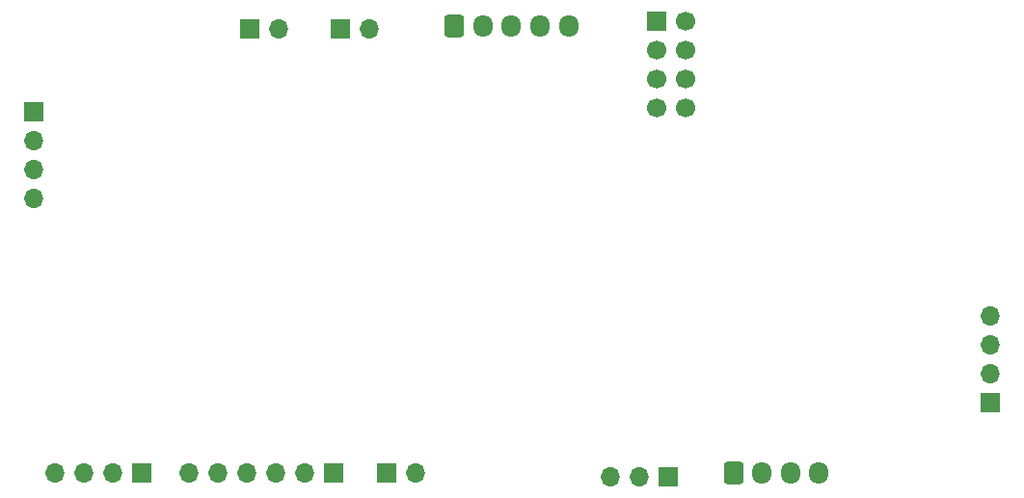
<source format=gbr>
%TF.GenerationSoftware,KiCad,Pcbnew,(6.0.11)*%
%TF.CreationDate,2023-08-09T22:56:24+02:00*%
%TF.ProjectId,Voiture_RC,566f6974-7572-4655-9f52-432e6b696361,rev?*%
%TF.SameCoordinates,Original*%
%TF.FileFunction,Soldermask,Bot*%
%TF.FilePolarity,Negative*%
%FSLAX46Y46*%
G04 Gerber Fmt 4.6, Leading zero omitted, Abs format (unit mm)*
G04 Created by KiCad (PCBNEW (6.0.11)) date 2023-08-09 22:56:24*
%MOMM*%
%LPD*%
G01*
G04 APERTURE LIST*
G04 Aperture macros list*
%AMRoundRect*
0 Rectangle with rounded corners*
0 $1 Rounding radius*
0 $2 $3 $4 $5 $6 $7 $8 $9 X,Y pos of 4 corners*
0 Add a 4 corners polygon primitive as box body*
4,1,4,$2,$3,$4,$5,$6,$7,$8,$9,$2,$3,0*
0 Add four circle primitives for the rounded corners*
1,1,$1+$1,$2,$3*
1,1,$1+$1,$4,$5*
1,1,$1+$1,$6,$7*
1,1,$1+$1,$8,$9*
0 Add four rect primitives between the rounded corners*
20,1,$1+$1,$2,$3,$4,$5,0*
20,1,$1+$1,$4,$5,$6,$7,0*
20,1,$1+$1,$6,$7,$8,$9,0*
20,1,$1+$1,$8,$9,$2,$3,0*%
G04 Aperture macros list end*
%ADD10R,1.700000X1.700000*%
%ADD11O,1.700000X1.700000*%
%ADD12RoundRect,0.250000X-0.600000X-0.725000X0.600000X-0.725000X0.600000X0.725000X-0.600000X0.725000X0*%
%ADD13O,1.700000X1.950000*%
%ADD14C,1.700000*%
G04 APERTURE END LIST*
D10*
%TO.C,J4*%
X164000000Y-147000000D03*
D11*
X166540000Y-147000000D03*
%TD*%
D10*
%TO.C,J3*%
X152000000Y-108000000D03*
D11*
X154540000Y-108000000D03*
%TD*%
D12*
%TO.C,J8*%
X194500000Y-147000000D03*
D13*
X197000000Y-147000000D03*
X199500000Y-147000000D03*
X202000000Y-147000000D03*
%TD*%
D10*
%TO.C,J5*%
X142540000Y-147000000D03*
D11*
X140000000Y-147000000D03*
X137460000Y-147000000D03*
X134920000Y-147000000D03*
%TD*%
D10*
%TO.C,J2*%
X159350000Y-147000000D03*
D11*
X156810000Y-147000000D03*
X154270000Y-147000000D03*
X151730000Y-147000000D03*
X149190000Y-147000000D03*
X146650000Y-147000000D03*
%TD*%
D10*
%TO.C,U3*%
X187770000Y-107285000D03*
D14*
X190310000Y-107285000D03*
X187770000Y-109825000D03*
X190310000Y-109825000D03*
X187770000Y-112365000D03*
X190310000Y-112365000D03*
X187770000Y-114905000D03*
X190310000Y-114905000D03*
%TD*%
D12*
%TO.C,J10*%
X170000000Y-107700000D03*
D13*
X172500000Y-107700000D03*
X175000000Y-107700000D03*
X177500000Y-107700000D03*
X180000000Y-107700000D03*
%TD*%
D10*
%TO.C,J7*%
X160000000Y-108000000D03*
D11*
X162540000Y-108000000D03*
%TD*%
D10*
%TO.C,J6*%
X217000000Y-140800000D03*
D11*
X217000000Y-138260000D03*
X217000000Y-135720000D03*
X217000000Y-133180000D03*
%TD*%
D10*
%TO.C,J9*%
X133080100Y-115249200D03*
D11*
X133080100Y-117789200D03*
X133080100Y-120329200D03*
X133080100Y-122869200D03*
%TD*%
D10*
%TO.C,J1*%
X188790000Y-147300000D03*
D11*
X186250000Y-147300000D03*
X183710000Y-147300000D03*
%TD*%
M02*

</source>
